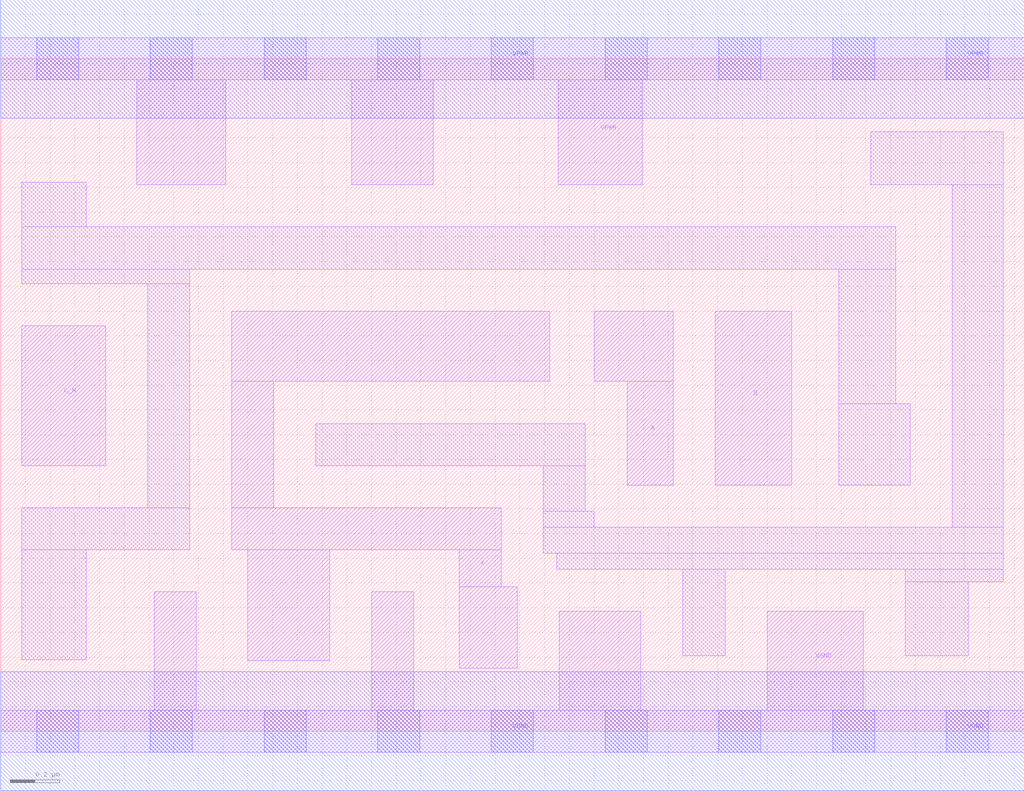
<source format=lef>
# Copyright 2020 The SkyWater PDK Authors
#
# Licensed under the Apache License, Version 2.0 (the "License");
# you may not use this file except in compliance with the License.
# You may obtain a copy of the License at
#
#     https://www.apache.org/licenses/LICENSE-2.0
#
# Unless required by applicable law or agreed to in writing, software
# distributed under the License is distributed on an "AS IS" BASIS,
# WITHOUT WARRANTIES OR CONDITIONS OF ANY KIND, either express or implied.
# See the License for the specific language governing permissions and
# limitations under the License.
#
# SPDX-License-Identifier: Apache-2.0

VERSION 5.7 ;
  NAMESCASESENSITIVE ON ;
  NOWIREEXTENSIONATPIN ON ;
  DIVIDERCHAR "/" ;
  BUSBITCHARS "[]" ;
UNITS
  DATABASE MICRONS 200 ;
END UNITS
MACRO sky130_fd_sc_hd__or3b_4
  CLASS CORE ;
  SOURCE USER ;
  FOREIGN sky130_fd_sc_hd__or3b_4 ;
  ORIGIN  0.000000  0.000000 ;
  SIZE  4.140000 BY  2.720000 ;
  SYMMETRY X Y R90 ;
  SITE unithd ;
  PIN A
    ANTENNAGATEAREA  0.247500 ;
    DIRECTION INPUT ;
    USE SIGNAL ;
    PORT
      LAYER li1 ;
        RECT 2.400000 1.415000 2.720000 1.700000 ;
        RECT 2.535000 0.995000 2.720000 1.415000 ;
    END
  END A
  PIN B
    ANTENNAGATEAREA  0.247500 ;
    DIRECTION INPUT ;
    USE SIGNAL ;
    PORT
      LAYER li1 ;
        RECT 2.890000 0.995000 3.200000 1.700000 ;
    END
  END B
  PIN C_N
    ANTENNAGATEAREA  0.126000 ;
    DIRECTION INPUT ;
    USE SIGNAL ;
    PORT
      LAYER li1 ;
        RECT 0.085000 1.075000 0.425000 1.640000 ;
    END
  END C_N
  PIN X
    ANTENNADIFFAREA  0.891000 ;
    DIRECTION OUTPUT ;
    USE SIGNAL ;
    PORT
      LAYER li1 ;
        RECT 0.935000 0.735000 2.025000 0.905000 ;
        RECT 0.935000 0.905000 1.105000 1.415000 ;
        RECT 0.935000 1.415000 2.220000 1.700000 ;
        RECT 1.000000 0.285000 1.330000 0.735000 ;
        RECT 1.855000 0.255000 2.090000 0.585000 ;
        RECT 1.855000 0.585000 2.025000 0.735000 ;
    END
  END X
  PIN VGND
    DIRECTION INOUT ;
    SHAPE ABUTMENT ;
    USE GROUND ;
    PORT
      LAYER li1 ;
        RECT 0.000000 -0.085000 4.140000 0.085000 ;
        RECT 0.620000  0.085000 0.790000 0.565000 ;
        RECT 1.500000  0.085000 1.670000 0.565000 ;
        RECT 2.260000  0.085000 2.590000 0.485000 ;
        RECT 3.100000  0.085000 3.490000 0.485000 ;
      LAYER mcon ;
        RECT 0.145000 -0.085000 0.315000 0.085000 ;
        RECT 0.605000 -0.085000 0.775000 0.085000 ;
        RECT 1.065000 -0.085000 1.235000 0.085000 ;
        RECT 1.525000 -0.085000 1.695000 0.085000 ;
        RECT 1.985000 -0.085000 2.155000 0.085000 ;
        RECT 2.445000 -0.085000 2.615000 0.085000 ;
        RECT 2.905000 -0.085000 3.075000 0.085000 ;
        RECT 3.365000 -0.085000 3.535000 0.085000 ;
        RECT 3.825000 -0.085000 3.995000 0.085000 ;
      LAYER met1 ;
        RECT 0.000000 -0.240000 4.140000 0.240000 ;
    END
  END VGND
  PIN VPWR
    DIRECTION INOUT ;
    SHAPE ABUTMENT ;
    USE POWER ;
    PORT
      LAYER li1 ;
        RECT 0.000000 2.635000 4.140000 2.805000 ;
        RECT 0.550000 2.210000 0.910000 2.635000 ;
        RECT 1.420000 2.210000 1.750000 2.635000 ;
        RECT 2.255000 2.210000 2.595000 2.635000 ;
      LAYER mcon ;
        RECT 0.145000 2.635000 0.315000 2.805000 ;
        RECT 0.605000 2.635000 0.775000 2.805000 ;
        RECT 1.065000 2.635000 1.235000 2.805000 ;
        RECT 1.525000 2.635000 1.695000 2.805000 ;
        RECT 1.985000 2.635000 2.155000 2.805000 ;
        RECT 2.445000 2.635000 2.615000 2.805000 ;
        RECT 2.905000 2.635000 3.075000 2.805000 ;
        RECT 3.365000 2.635000 3.535000 2.805000 ;
        RECT 3.825000 2.635000 3.995000 2.805000 ;
      LAYER met1 ;
        RECT 0.000000 2.480000 4.140000 2.960000 ;
    END
  END VPWR
  OBS
    LAYER li1 ;
      RECT 0.085000 0.290000 0.345000 0.735000 ;
      RECT 0.085000 0.735000 0.765000 0.905000 ;
      RECT 0.085000 1.810000 0.765000 1.870000 ;
      RECT 0.085000 1.870000 3.620000 2.040000 ;
      RECT 0.085000 2.040000 0.345000 2.220000 ;
      RECT 0.595000 0.905000 0.765000 1.810000 ;
      RECT 1.275000 1.075000 2.365000 1.245000 ;
      RECT 2.195000 0.720000 4.055000 0.825000 ;
      RECT 2.195000 0.825000 2.400000 0.890000 ;
      RECT 2.195000 0.890000 2.365000 1.075000 ;
      RECT 2.250000 0.655000 4.055000 0.720000 ;
      RECT 2.760000 0.305000 2.930000 0.655000 ;
      RECT 3.390000 0.995000 3.680000 1.325000 ;
      RECT 3.390000 1.325000 3.620000 1.870000 ;
      RECT 3.520000 2.210000 4.055000 2.425000 ;
      RECT 3.660000 0.305000 3.915000 0.605000 ;
      RECT 3.660000 0.605000 4.055000 0.655000 ;
      RECT 3.850000 0.825000 4.055000 2.210000 ;
  END
END sky130_fd_sc_hd__or3b_4

</source>
